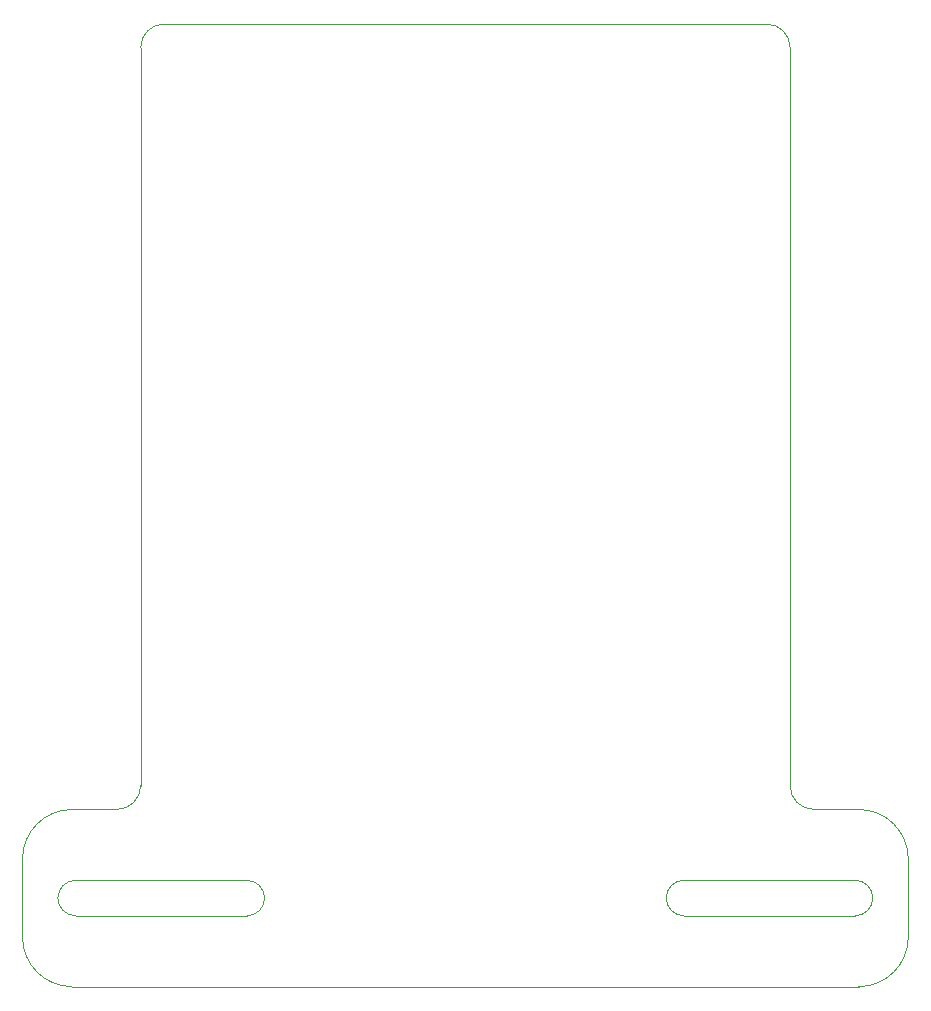
<source format=gbr>
G04 #@! TF.GenerationSoftware,KiCad,Pcbnew,(5.99.0-1932-g3091bb145)*
G04 #@! TF.CreationDate,2020-07-21T07:54:26+02:00*
G04 #@! TF.ProjectId,RESTfan,52455354-6661-46e2-9e6b-696361645f70,rev?*
G04 #@! TF.SameCoordinates,Original*
G04 #@! TF.FileFunction,Profile,NP*
%FSLAX46Y46*%
G04 Gerber Fmt 4.6, Leading zero omitted, Abs format (unit mm)*
G04 Created by KiCad (PCBNEW (5.99.0-1932-g3091bb145)) date 2020-07-21 07:54:26*
%MOMM*%
%LPD*%
G01*
G04 APERTURE LIST*
G04 #@! TA.AperFunction,Profile*
%ADD10C,0.050000*%
G04 #@! TD*
G04 APERTURE END LIST*
D10*
X44200000Y-110000000D02*
G75*
G02*
X40000000Y-105800000I0J4200000D01*
G01*
X40000000Y-99200000D02*
G75*
G02*
X44200000Y-95000000I4200000J0D01*
G01*
X115000000Y-105800000D02*
G75*
G02*
X110800000Y-110000000I-4200000J0D01*
G01*
X110800000Y-95000000D02*
G75*
G02*
X115000000Y-99200000I0J-4200000D01*
G01*
X96000000Y-104000000D02*
G75*
G02*
X94500000Y-102500000I0J1500000D01*
G01*
X110500000Y-101000000D02*
G75*
G02*
X112000000Y-102500000I0J-1500000D01*
G01*
X110500000Y-104000000D02*
X96000000Y-104000000D01*
X112000000Y-102500000D02*
G75*
G02*
X110500000Y-104000000I-1500000J0D01*
G01*
X94500000Y-102500000D02*
G75*
G02*
X96000000Y-101000000I1500000J0D01*
G01*
X96000000Y-101000000D02*
X110500000Y-101000000D01*
X59000000Y-101000000D02*
G75*
G02*
X60500000Y-102500000I0J-1500000D01*
G01*
X60500000Y-102500000D02*
G75*
G02*
X59000000Y-104000000I-1500000J0D01*
G01*
X44500000Y-104000000D02*
G75*
G02*
X43000000Y-102500000I0J1500000D01*
G01*
X43000000Y-102500000D02*
G75*
G02*
X44500000Y-101000000I1500000J0D01*
G01*
X59000000Y-104000000D02*
X44500000Y-104000000D01*
X44500000Y-101000000D02*
X59000000Y-101000000D01*
X50000000Y-30500000D02*
G75*
G02*
X52000000Y-28500000I2000000J0D01*
G01*
X103000000Y-28500000D02*
G75*
G02*
X105000000Y-30500000I0J-2000000D01*
G01*
X107000000Y-95000000D02*
G75*
G02*
X105000000Y-93000000I0J2000000D01*
G01*
X50000000Y-93000000D02*
G75*
G02*
X48000000Y-95000000I-2000000J0D01*
G01*
X44200000Y-110000000D02*
X110800000Y-110000000D01*
X40000000Y-99200000D02*
X40000000Y-105800000D01*
X48000000Y-95000000D02*
X44200000Y-95000000D01*
X50000000Y-30500000D02*
X50000000Y-93000000D01*
X115000000Y-99200000D02*
X115000000Y-105800000D01*
X107000000Y-95000000D02*
X110800000Y-95000000D01*
X105000000Y-30500000D02*
X105000000Y-93000000D01*
X52000000Y-28500000D02*
X103000000Y-28500000D01*
M02*

</source>
